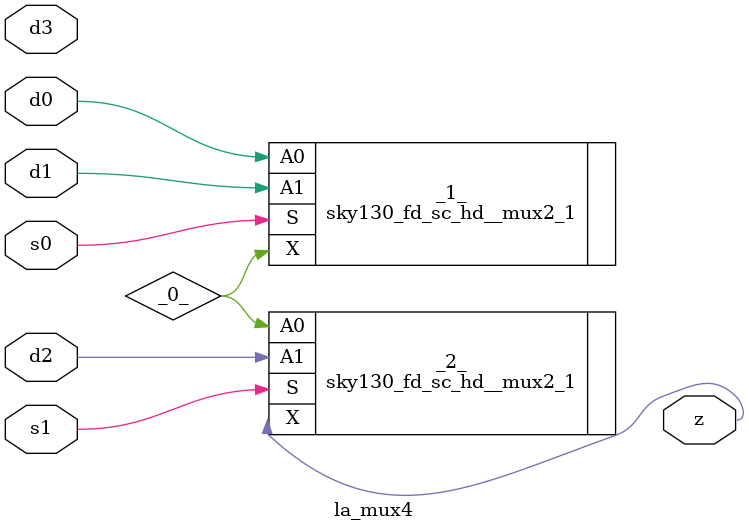
<source format=v>

module la_mux4(d0, d1, d2, d3, s0, s1, z);
  wire _0_;
  input d0;
  input d1;
  input d2;
  input d3;
  input s0;
  input s1;
  output z;
  sky130_fd_sc_hd__mux2_1 _1_ (
    .A0(d0),
    .A1(d1),
    .S(s0),
    .X(_0_)
  );
  sky130_fd_sc_hd__mux2_1 _2_ (
    .A0(_0_),
    .A1(d2),
    .S(s1),
    .X(z)
  );
endmodule

</source>
